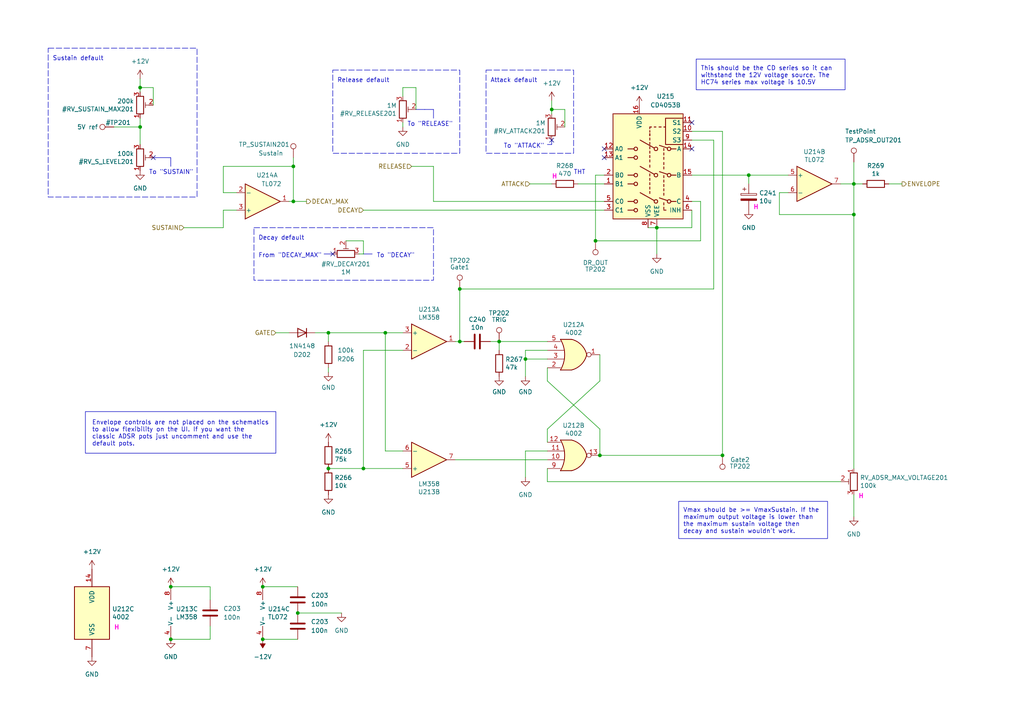
<source format=kicad_sch>
(kicad_sch (version 20231120) (generator "eeschema") (generator_version "8.0")
  (paper "A4")
  (title_block (title "ADSR"))
  (lib_symbols
    (symbol "+12V_1" (power) (pin_names (offset 0))
      (property "Value" "+12V_1" (at 0 3.556 0))
      (symbol "+12V_1_0_1"
        (polyline (pts (xy -0.762 1.27) (xy 0 2.54)))
        (polyline (pts (xy 0 0) (xy 0 2.54)))
        (polyline (pts (xy 0 2.54) (xy 0.762 1.27)))
      )
      (symbol "+12V_1_1_1"
        (pin power_in line (at 0 0 90) (length 0) hide (name "+12V") (number "1"))
      )
    )
    (symbol "+12V_2" (power) (pin_names (offset 0))
      (property "Value" "+12V_2" (at 0 3.556 0))
      (symbol "+12V_2_0_1"
        (polyline (pts (xy -0.762 1.27) (xy 0 2.54)))
        (polyline (pts (xy 0 0) (xy 0 2.54)))
        (polyline (pts (xy 0 2.54) (xy 0.762 1.27)))
      )
      (symbol "+12V_2_1_1"
        (pin power_in line (at 0 0 90) (length 0) hide (name "+12V") (number "1"))
      )
    )
    (symbol "+12V_3" (power) (pin_names (offset 0))
      (property "Value" "+12V_3" (at 0 3.556 0))
      (symbol "+12V_3_0_1"
        (polyline (pts (xy -0.762 1.27) (xy 0 2.54)))
        (polyline (pts (xy 0 0) (xy 0 2.54)))
        (polyline (pts (xy 0 2.54) (xy 0.762 1.27)))
      )
      (symbol "+12V_3_1_1"
        (pin power_in line (at 0 0 90) (length 0) hide (name "+12V") (number "1"))
      )
    )
    (symbol "+12V_4" (power) (pin_names (offset 0))
      (property "Value" "+12V_4" (at 0 3.556 0))
      (symbol "+12V_4_0_1"
        (polyline (pts (xy -0.762 1.27) (xy 0 2.54)))
        (polyline (pts (xy 0 0) (xy 0 2.54)))
        (polyline (pts (xy 0 2.54) (xy 0.762 1.27)))
      )
      (symbol "+12V_4_1_1"
        (pin power_in line (at 0 0 90) (length 0) hide (name "+12V") (number "1"))
      )
    )
    (symbol "+12V_5" (power) (pin_names (offset 0))
      (property "Value" "+12V_5" (at 0 3.556 0))
      (symbol "+12V_5_0_1"
        (polyline (pts (xy -0.762 1.27) (xy 0 2.54)))
        (polyline (pts (xy 0 0) (xy 0 2.54)))
        (polyline (pts (xy 0 2.54) (xy 0.762 1.27)))
      )
      (symbol "+12V_5_1_1"
        (pin power_in line (at 0 0 90) (length 0) hide (name "+12V") (number "1"))
      )
    )
    (symbol "+12V_6" (power) (pin_names (offset 0))
      (property "Value" "+12V_6" (at 0 3.556 0))
      (symbol "+12V_6_0_1"
        (polyline (pts (xy -0.762 1.27) (xy 0 2.54)))
        (polyline (pts (xy 0 0) (xy 0 2.54)))
        (polyline (pts (xy 0 2.54) (xy 0.762 1.27)))
      )
      (symbol "+12V_6_1_1"
        (pin power_in line (at 0 0 90) (length 0) hide (name "+12V") (number "1"))
      )
    )
    (symbol "+12V_7" (power) (pin_names (offset 0))
      (property "Value" "+12V_7" (at 0 3.556 0))
      (symbol "+12V_7_0_1"
        (polyline (pts (xy -0.762 1.27) (xy 0 2.54)))
        (polyline (pts (xy 0 0) (xy 0 2.54)))
        (polyline (pts (xy 0 2.54) (xy 0.762 1.27)))
      )
      (symbol "+12V_7_1_1"
        (pin power_in line (at 0 0 90) (length 0) hide (name "+12V") (number "1"))
      )
    )
    (symbol "4xxx:4002" (pin_names (offset 1.016))
      (property "Reference" "U" (at 0 1.27 0))
      (property "Value" "4002" (at 0 -1.27 0))
      (symbol "4002_1_1"
        (arc (start -3.81 -4.445) (mid -2.5908 0) (end -3.81 4.445) (stroke (width 0.254)))
        (arc (start -0.6096 -4.445) (mid 2.2246 -2.8422) (end 3.81 0) (stroke (width 0.254)) (fill (type background)))
        (polyline (pts (xy -3.81 -4.445) (xy -0.635 -4.445)) (stroke (width 0.254)) (fill (type background)))
        (polyline (pts (xy -3.81 4.445) (xy -0.635 4.445)) (stroke (width 0.254)) (fill (type background)))
        (polyline (pts (xy -0.635 4.445) (xy -3.81 4.445) (xy -3.81 4.445) (xy -3.6322 4.0894) (xy -3.0988 2.921) (xy -2.7686 1.6764) (xy -2.6162 0.4318) (xy -2.6416 -0.8636) (xy -2.8702 -2.1082) (xy -3.2512 -3.3274) (xy -3.81 -4.445) (xy -3.81 -4.445) (xy -0.635 -4.445)) (stroke (width -25.4)) (fill (type background)))
        (arc (start 3.81 0) (mid 2.2204 2.8379) (end -0.6096 4.445) (stroke (width 0.254)) (fill (type background)))
        (pin output inverted (at 7.62 0 180) (length 3.81) (name "~") (number "1"))
        (pin input line (at -7.62 3.81 0) (length 3.81) (name "~") (number "2"))
        (pin input line (at -7.62 1.27 0) (length 4.826) (name "~") (number "3"))
        (pin input line (at -7.62 -1.27 0) (length 4.826) (name "~") (number "4"))
        (pin input line (at -7.62 -3.81 0) (length 3.81) (name "~") (number "5"))
      )
      (symbol "4002_1_2"
        (arc (start -0.635 -4.445) (mid 3.7907 0) (end -0.635 4.445) (stroke (width 0.254)) (fill (type background)))
        (polyline (pts (xy -0.635 4.445) (xy -3.81 4.445) (xy -3.81 -4.445) (xy -0.635 -4.445)) (stroke (width 0.254)) (fill (type background)))
        (pin output line (at 7.62 0 180) (length 3.81) (name "~") (number "1"))
        (pin input inverted (at -7.62 3.81 0) (length 3.81) (name "~") (number "2"))
        (pin input inverted (at -7.62 1.27 0) (length 3.81) (name "~") (number "3"))
        (pin input inverted (at -7.62 -1.27 0) (length 3.81) (name "~") (number "4"))
        (pin input inverted (at -7.62 -3.81 0) (length 3.81) (name "~") (number "5"))
      )
      (symbol "4002_2_1"
        (arc (start -3.81 -4.445) (mid -2.5908 0) (end -3.81 4.445) (stroke (width 0.254)))
        (arc (start -0.6096 -4.445) (mid 2.2246 -2.8422) (end 3.81 0) (stroke (width 0.254)) (fill (type background)))
        (polyline (pts (xy -3.81 -4.445) (xy -0.635 -4.445)) (stroke (width 0.254)) (fill (type background)))
        (polyline (pts (xy -3.81 4.445) (xy -0.635 4.445)) (stroke (width 0.254)) (fill (type background)))
        (polyline (pts (xy -0.635 4.445) (xy -3.81 4.445) (xy -3.81 4.445) (xy -3.6322 4.0894) (xy -3.0988 2.921) (xy -2.7686 1.6764) (xy -2.6162 0.4318) (xy -2.6416 -0.8636) (xy -2.8702 -2.1082) (xy -3.2512 -3.3274) (xy -3.81 -4.445) (xy -3.81 -4.445) (xy -0.635 -4.445)) (stroke (width -25.4)) (fill (type background)))
        (arc (start 3.81 0) (mid 2.2204 2.8379) (end -0.6096 4.445) (stroke (width 0.254)) (fill (type background)))
        (pin input line (at -7.62 1.27 0) (length 4.826) (name "~") (number "10"))
        (pin input line (at -7.62 -1.27 0) (length 4.826) (name "~") (number "11"))
        (pin input line (at -7.62 -3.81 0) (length 3.81) (name "~") (number "12"))
        (pin output inverted (at 7.62 0 180) (length 3.81) (name "~") (number "13"))
        (pin input line (at -7.62 3.81 0) (length 3.81) (name "~") (number "9"))
      )
      (symbol "4002_2_2"
        (arc (start -0.635 -4.445) (mid 3.7907 0) (end -0.635 4.445) (stroke (width 0.254)) (fill (type background)))
        (polyline (pts (xy -0.635 4.445) (xy -3.81 4.445) (xy -3.81 -4.445) (xy -0.635 -4.445)) (stroke (width 0.254)) (fill (type background)))
        (pin input inverted (at -7.62 1.27 0) (length 3.81) (name "~") (number "10"))
        (pin input inverted (at -7.62 -1.27 0) (length 3.81) (name "~") (number "11"))
        (pin input inverted (at -7.62 -3.81 0) (length 3.81) (name "~") (number "12"))
        (pin output line (at 7.62 0 180) (length 3.81) (name "~") (number "13"))
        (pin input inverted (at -7.62 3.81 0) (length 3.81) (name "~") (number "9"))
      )
      (symbol "4002_3_0"
        (pin power_in line (at 0 12.7 270) (length 5.08) (name "VDD") (number "14"))
        (pin power_in line (at 0 -12.7 90) (length 5.08) (name "VSS") (number "7"))
      )
      (symbol "4002_3_1"
        (rectangle (start -5.08 7.62) (end 5.08 -7.62) (stroke (width 0.254)) (fill (type background)))
      )
    )
    (symbol "Amplifier_Operational:LM358" (pin_names (offset 0.127))
      (property "Reference" "U" (at 0 5.08 0))
      (property "Value" "LM358" (at 0 -5.08 0))
      (symbol "LM358_1_1"
        (polyline (pts (xy -5.08 5.08) (xy 5.08 0) (xy -5.08 -5.08) (xy -5.08 5.08)) (stroke (width 0.254)) (fill (type background)))
        (pin output line (at 7.62 0 180) (length 2.54) (name "~") (number "1"))
        (pin input line (at -7.62 -2.54 0) (length 2.54) (name "-") (number "2"))
        (pin input line (at -7.62 2.54 0) (length 2.54) (name "+") (number "3"))
      )
      (symbol "LM358_2_1"
        (polyline (pts (xy -5.08 5.08) (xy 5.08 0) (xy -5.08 -5.08) (xy -5.08 5.08)) (stroke (width 0.254)) (fill (type background)))
        (pin input line (at -7.62 2.54 0) (length 2.54) (name "+") (number "5"))
        (pin input line (at -7.62 -2.54 0) (length 2.54) (name "-") (number "6"))
        (pin output line (at 7.62 0 180) (length 2.54) (name "~") (number "7"))
      )
      (symbol "LM358_3_1"
        (pin power_in line (at -2.54 -7.62 90) (length 3.81) (name "V-") (number "4"))
        (pin power_in line (at -2.54 7.62 270) (length 3.81) (name "V+") (number "8"))
      )
    )
    (symbol "Amplifier_Operational:TL072" (pin_names (offset 0.127))
      (property "Reference" "U" (at 0 5.08 0))
      (property "Value" "TL072" (at 0 -5.08 0))
      (symbol "TL072_1_1"
        (polyline (pts (xy -5.08 5.08) (xy 5.08 0) (xy -5.08 -5.08) (xy -5.08 5.08)) (stroke (width 0.254)) (fill (type background)))
        (pin output line (at 7.62 0 180) (length 2.54) (name "~") (number "1"))
        (pin input line (at -7.62 -2.54 0) (length 2.54) (name "-") (number "2"))
        (pin input line (at -7.62 2.54 0) (length 2.54) (name "+") (number "3"))
      )
      (symbol "TL072_2_1"
        (polyline (pts (xy -5.08 5.08) (xy 5.08 0) (xy -5.08 -5.08) (xy -5.08 5.08)) (stroke (width 0.254)) (fill (type background)))
        (pin input line (at -7.62 2.54 0) (length 2.54) (name "+") (number "5"))
        (pin input line (at -7.62 -2.54 0) (length 2.54) (name "-") (number "6"))
        (pin output line (at 7.62 0 180) (length 2.54) (name "~") (number "7"))
      )
      (symbol "TL072_3_1"
        (pin power_in line (at -2.54 -7.62 90) (length 3.81) (name "V-") (number "4"))
        (pin power_in line (at -2.54 7.62 270) (length 3.81) (name "V+") (number "8"))
      )
    )
    (symbol "Analog_Switch:CD4053B"
      (property "Reference" "U" (at -10.16 16.51 0))
      (property "Value" "CD4053B" (at 3.81 16.51 0))
      (symbol "CD4053B_0_1"
        (rectangle (start -10.16 6.35) (end -5.08 13.97) (stroke (width 0.254)))
        (rectangle (start -10.16 15.24) (end 10.16 -15.24) (stroke (width 0.254)) (fill (type background)))
        (circle (center -6.096 -10.16) (radius 0.508) (stroke (width 0.254)))
        (circle (center -6.096 -2.54) (radius 0.508) (stroke (width 0.254)))
        (circle (center -6.096 5.08) (radius 0.508) (stroke (width 0.254)))
        (circle (center -2.286 -10.16) (radius 0.508) (stroke (width 0.254)))
        (circle (center -2.286 -2.54) (radius 0.508) (stroke (width 0.254)))
        (circle (center -2.286 5.08) (radius 0.508) (stroke (width 0.254)))
        (polyline (pts (xy -8.128 -10.16) (xy -6.604 -10.16)) (stroke (width 0.254)))
        (polyline (pts (xy -8.128 -2.54) (xy -6.604 -2.54)) (stroke (width 0.254)))
        (polyline (pts (xy -8.128 5.08) (xy -6.604 5.08)) (stroke (width 0.254)))
        (polyline (pts (xy -5.588 -9.906) (xy -3.302 -9.144)) (stroke (width 0.254)))
        (polyline (pts (xy -5.588 -2.286) (xy -3.302 -1.524)) (stroke (width 0.254)))
        (polyline (pts (xy -5.588 5.334) (xy -3.302 6.096)) (stroke (width 0.254)))
        (polyline (pts (xy -4.572 -12.7) (xy -5.207 -12.7)) (stroke (width 0.254)))
        (polyline (pts (xy -4.572 -12.446) (xy -4.572 -11.811)) (stroke (width 0.254)))
        (polyline (pts (xy -4.572 -11.176) (xy -4.572 -10.541)) (stroke (width 0.254)))
        (polyline (pts (xy -4.572 -8.382) (xy -4.572 -7.747)) (stroke (width 0.254)))
        (polyline (pts (xy -4.572 -7.112) (xy -4.572 -6.477)) (stroke (width 0.254)))
        (polyline (pts (xy -4.572 -5.842) (xy -4.572 -5.207)) (stroke (width 0.254)))
        (polyline (pts (xy -4.572 -4.572) (xy -4.572 -3.937)) (stroke (width 0.254)))
        (polyline (pts (xy -4.572 -3.302) (xy -4.572 -2.667)) (stroke (width 0.254)))
        (polyline (pts (xy -4.572 -0.762) (xy -4.572 -0.127)) (stroke (width 0.254)))
        (polyline (pts (xy -4.572 0.508) (xy -4.572 1.143)) (stroke (width 0.254)))
        (polyline (pts (xy -4.572 2.032) (xy -4.572 2.667)) (stroke (width 0.254)))
        (polyline (pts (xy -4.572 3.302) (xy -4.572 3.937)) (stroke (width 0.254)))
        (polyline (pts (xy -4.572 4.572) (xy -4.572 5.207)) (stroke (width 0.254)))
        (polyline (pts (xy -4.572 11.43) (xy -5.08 11.43)) (stroke (width 0.254)))
        (polyline (pts (xy -3.81 11.43) (xy -3.175 11.43)) (stroke (width 0.254)))
        (polyline (pts (xy -1.778 -9.906) (xy 2.286 -7.62)) (stroke (width 0.254)))
        (polyline (pts (xy -1.778 -2.286) (xy 2.286 0)) (stroke (width 0.254)))
        (polyline (pts (xy -1.778 5.334) (xy 2.286 7.62)) (stroke (width 0.254)))
        (polyline (pts (xy -1.778 11.43) (xy -2.286 11.43)) (stroke (width 0.254)))
        (polyline (pts (xy -0.508 -7.874) (xy -0.508 -7.239)) (stroke (width 0.254)))
        (polyline (pts (xy -0.508 -6.604) (xy -0.508 -5.969)) (stroke (width 0.254)))
        (polyline (pts (xy -0.508 -5.334) (xy -0.508 -4.699)) (stroke (width 0.254)))
        (polyline (pts (xy -0.508 -4.064) (xy -0.508 -3.429)) (stroke (width 0.254)))
        (polyline (pts (xy -0.508 -2.794) (xy -0.508 -2.159)) (stroke (width 0.254)))
        (polyline (pts (xy -0.508 -0.254) (xy -0.508 0.381)) (stroke (width 0.254)))
        (polyline (pts (xy -0.508 1.27) (xy -0.508 1.905)) (stroke (width 0.254)))
        (polyline (pts (xy -0.508 2.54) (xy -0.508 3.175)) (stroke (width 0.254)))
        (polyline (pts (xy -0.508 3.81) (xy -0.508 4.445)) (stroke (width 0.254)))
        (polyline (pts (xy -0.508 5.08) (xy -0.508 5.715)) (stroke (width 0.254)))
        (polyline (pts (xy -0.508 6.35) (xy -0.508 6.985)) (stroke (width 0.254)))
        (polyline (pts (xy -0.508 7.62) (xy -0.508 8.255)) (stroke (width 0.254)))
        (polyline (pts (xy -0.508 8.89) (xy -0.508 9.398)) (stroke (width 0.254)))
        (polyline (pts (xy -0.508 8.89) (xy -0.508 9.525)) (stroke (width 0.254)))
        (polyline (pts (xy -0.508 9.906) (xy -0.508 10.414)) (stroke (width 0.254)))
        (polyline (pts (xy -0.508 10.922) (xy -0.508 11.43)) (stroke (width 0.254)))
        (polyline (pts (xy -0.508 11.43) (xy -1.016 11.43)) (stroke (width 0.254)))
        (polyline (pts (xy 4.064 -12.7) (xy 5.842 -12.7)) (stroke (width 0.254)))
        (polyline (pts (xy 4.064 -10.16) (xy 5.842 -10.16)) (stroke (width 0.254)))
        (polyline (pts (xy 4.064 -5.08) (xy 5.842 -5.08)) (stroke (width 0.254)))
        (polyline (pts (xy 4.064 -2.54) (xy 5.842 -2.54)) (stroke (width 0.254)))
        (polyline (pts (xy 4.064 2.54) (xy 5.842 2.54)) (stroke (width 0.254)))
        (polyline (pts (xy 4.064 5.08) (xy 5.842 5.08)) (stroke (width 0.254)))
        (circle (center 3.556 -12.7) (radius 0.508) (stroke (width 0.254)))
        (circle (center 3.556 -10.16) (radius 0.508) (stroke (width 0.254)))
        (circle (center 3.556 -5.08) (radius 0.508) (stroke (width 0.254)))
        (circle (center 3.556 -2.54) (radius 0.508) (stroke (width 0.254)))
        (circle (center 3.556 2.54) (radius 0.508) (stroke (width 0.254)))
        (circle (center 3.556 5.08) (radius 0.508) (stroke (width 0.254)))
      )
      (symbol "CD4053B_1_1"
        (pin bidirectional line (at 12.7 -5.08 180) (length 2.54) (name "B1") (number "1"))
        (pin input line (at -12.7 10.16 0) (length 2.54) (name "S2") (number "10"))
        (pin input line (at -12.7 12.7 0) (length 2.54) (name "S1") (number "11"))
        (pin bidirectional line (at 12.7 5.08 180) (length 2.54) (name "A0") (number "12"))
        (pin bidirectional line (at 12.7 2.54 180) (length 2.54) (name "A1") (number "13"))
        (pin bidirectional line (at -12.7 5.08 0) (length 2.54) (name "A") (number "14"))
        (pin bidirectional line (at -12.7 -2.54 0) (length 2.54) (name "B") (number "15"))
        (pin power_in line (at 2.54 17.78 270) (length 2.54) (name "VDD") (number "16"))
        (pin bidirectional line (at 12.7 -2.54 180) (length 2.54) (name "B0") (number "2"))
        (pin bidirectional line (at 12.7 -12.7 180) (length 2.54) (name "C1") (number "3"))
        (pin bidirectional line (at -12.7 -10.16 0) (length 2.54) (name "C") (number "4"))
        (pin bidirectional line (at 12.7 -10.16 180) (length 2.54) (name "C0") (number "5"))
        (pin input line (at -12.7 -12.7 0) (length 2.54) (name "INH") (number "6"))
        (pin power_in line (at -2.54 -17.78 90) (length 2.54) (name "VEE") (number "7"))
        (pin power_in line (at 0 -17.78 90) (length 2.54) (name "VSS") (number "8"))
        (pin input line (at -12.7 7.62 0) (length 2.54) (name "S3") (number "9"))
      )
    )
    (symbol "Connector:TestPoint" (pin_numbers hide) (pin_names (offset 0.762) hide)
      (property "Reference" "TP" (at 0 6.858 0))
      (property "Value" "TestPoint" (at 0 5.08 0))
      (symbol "TestPoint_0_1"
        (circle (center 0 3.302) (radius 0.762))
      )
      (symbol "TestPoint_1_1"
        (pin passive line (at 0 0 90) (length 2.54) (name "1") (number "1"))
      )
    )
    (symbol "Device:C" (pin_numbers hide) (pin_names (offset 0.254))
      (property "Reference" "C" (at 0.635 2.54 0))
      (property "Value" "C" (at 0.635 -2.54 0))
      (symbol "C_0_1"
        (polyline (pts (xy -2.032 -0.762) (xy 2.032 -0.762)) (stroke (width 0.508)))
        (polyline (pts (xy -2.032 0.762) (xy 2.032 0.762)) (stroke (width 0.508)))
      )
      (symbol "C_1_1"
        (pin passive line (at 0 3.81 270) (length 2.794) (name "~") (number "1"))
        (pin passive line (at 0 -3.81 90) (length 2.794) (name "~") (number "2"))
      )
    )
    (symbol "Device:C_Polarized" (pin_numbers hide) (pin_names (offset 0.254))
      (property "Reference" "C" (at 0.635 2.54 0))
      (property "Value" "C_Polarized" (at 0.635 -2.54 0))
      (symbol "C_Polarized_0_1"
        (rectangle (start -2.286 0.508) (end 2.286 1.016))
        (polyline (pts (xy -1.778 2.286) (xy -0.762 2.286)))
        (polyline (pts (xy -1.27 2.794) (xy -1.27 1.778)))
        (rectangle (start 2.286 -0.508) (end -2.286 -1.016) (fill (type outline)))
      )
      (symbol "C_Polarized_1_1"
        (pin passive line (at 0 3.81 270) (length 2.794) (name "~") (number "1"))
        (pin passive line (at 0 -3.81 90) (length 2.794) (name "~") (number "2"))
      )
    )
    (symbol "Device:D" (pin_numbers hide) (pin_names (offset 1.016) hide)
      (property "Reference" "D" (at 0 2.54 0))
      (property "Value" "D" (at 0 -2.54 0))
      (symbol "D_0_1"
        (polyline (pts (xy -1.27 1.27) (xy -1.27 -1.27)) (stroke (width 0.254)))
        (polyline (pts (xy 1.27 0) (xy -1.27 0)))
        (polyline (pts (xy 1.27 1.27) (xy 1.27 -1.27) (xy -1.27 0) (xy 1.27 1.27)) (stroke (width 0.254)))
      )
      (symbol "D_1_1"
        (pin passive line (at -3.81 0 0) (length 2.54) (name "K") (number "1"))
        (pin passive line (at 3.81 0 180) (length 2.54) (name "A") (number "2"))
      )
    )
    (symbol "Device:R" (pin_numbers hide) (pin_names (offset 0))
      (property "Reference" "R" (at 2.032 0 90))
      (property "Value" "R" (at 0 0 90))
      (symbol "R_0_1"
        (rectangle (start -1.016 -2.54) (end 1.016 2.54) (stroke (width 0.254)))
      )
      (symbol "R_1_1"
        (pin passive line (at 0 3.81 270) (length 1.27) (name "~") (number "1"))
        (pin passive line (at 0 -3.81 90) (length 1.27) (name "~") (number "2"))
      )
    )
    (symbol "Device:R_Potentiometer_Trim" (pin_names (offset 1.016) hide)
      (property "Reference" "RV" (at -4.445 0 90))
      (property "Value" "R_Potentiometer_Trim" (at -2.54 0 90))
      (symbol "R_Potentiometer_Trim_0_1"
        (polyline (pts (xy 1.524 0.762) (xy 1.524 -0.762)))
        (polyline (pts (xy 2.54 0) (xy 1.524 0)))
        (rectangle (start 1.016 2.54) (end -1.016 -2.54) (stroke (width 0.254)))
      )
      (symbol "R_Potentiometer_Trim_1_1"
        (pin passive line (at 0 3.81 270) (length 1.27) (name "1") (number "1"))
        (pin passive line (at 3.81 0 180) (length 1.27) (name "2") (number "2"))
        (pin passive line (at 0 -3.81 90) (length 1.27) (name "3") (number "3"))
      )
    )
    (symbol "GND_1" (power) (pin_names (offset 0))
      (property "Value" "GND_1" (at 0 -3.81 0))
      (symbol "GND_1_0_1"
        (polyline (pts (xy 0 0) (xy 0 -1.27) (xy 1.27 -1.27) (xy 0 -2.54) (xy -1.27 -1.27) (xy 0 -1.27)))
      )
      (symbol "GND_1_1_1"
        (pin power_in line (at 0 0 270) (length 0) hide (name "GND") (number "1"))
      )
    )
    (symbol "GND_10" (power) (pin_names (offset 0))
      (property "Value" "GND_10" (at 0 -3.81 0))
      (symbol "GND_10_0_1"
        (polyline (pts (xy 0 0) (xy 0 -1.27) (xy 1.27 -1.27) (xy 0 -2.54) (xy -1.27 -1.27) (xy 0 -1.27)))
      )
      (symbol "GND_10_1_1"
        (pin power_in line (at 0 0 270) (length 0) hide (name "GND") (number "1"))
      )
    )
    (symbol "GND_2" (power) (pin_names (offset 0))
      (property "Value" "GND_2" (at 0 -3.81 0))
      (symbol "GND_2_0_1"
        (polyline (pts (xy 0 0) (xy 0 -1.27) (xy 1.27 -1.27) (xy 0 -2.54) (xy -1.27 -1.27) (xy 0 -1.27)))
      )
      (symbol "GND_2_1_1"
        (pin power_in line (at 0 0 270) (length 0) hide (name "GND") (number "1"))
      )
    )
    (symbol "GND_3" (power) (pin_names (offset 0))
      (property "Value" "GND_3" (at 0 -3.81 0))
      (symbol "GND_3_0_1"
        (polyline (pts (xy 0 0) (xy 0 -1.27) (xy 1.27 -1.27) (xy 0 -2.54) (xy -1.27 -1.27) (xy 0 -1.27)))
      )
      (symbol "GND_3_1_1"
        (pin power_in line (at 0 0 270) (length 0) hide (name "GND") (number "1"))
      )
    )
    (symbol "GND_4" (power) (pin_names (offset 0))
      (property "Value" "GND_4" (at 0 -3.81 0))
      (symbol "GND_4_0_1"
        (polyline (pts (xy 0 0) (xy 0 -1.27) (xy 1.27 -1.27) (xy 0 -2.54) (xy -1.27 -1.27) (xy 0 -1.27)))
      )
      (symbol "GND_4_1_1"
        (pin power_in line (at 0 0 270) (length 0) hide (name "GND") (number "1"))
      )
    )
    (symbol "GND_5" (power) (pin_names (offset 0))
      (property "Value" "GND_5" (at 0 -3.81 0))
      (symbol "GND_5_0_1"
        (polyline (pts (xy 0 0) (xy 0 -1.27) (xy 1.27 -1.27) (xy 0 -2.54) (xy -1.27 -1.27) (xy 0 -1.27)))
      )
      (symbol "GND_5_1_1"
        (pin power_in line (at 0 0 270) (length 0) hide (name "GND") (number "1"))
      )
    )
    (symbol "GND_6" (power) (pin_names (offset 0))
      (property "Value" "GND_6" (at 0 -3.81 0))
      (symbol "GND_6_0_1"
        (polyline (pts (xy 0 0) (xy 0 -1.27) (xy 1.27 -1.27) (xy 0 -2.54) (xy -1.27 -1.27) (xy 0 -1.27)))
      )
      (symbol "GND_6_1_1"
        (pin power_in line (at 0 0 270) (length 0) hide (name "GND") (number "1"))
      )
    )
    (symbol "GND_7" (power) (pin_names (offset 0))
      (property "Value" "GND_7" (at 0 -3.81 0))
      (symbol "GND_7_0_1"
        (polyline (pts (xy 0 0) (xy 0 -1.27) (xy 1.27 -1.27) (xy 0 -2.54) (xy -1.27 -1.27) (xy 0 -1.27)))
      )
      (symbol "GND_7_1_1"
        (pin power_in line (at 0 0 270) (length 0) hide (name "GND") (number "1"))
      )
    )
    (symbol "GND_8" (power) (pin_names (offset 0))
      (property "Value" "GND_8" (at 0 -3.81 0))
      (symbol "GND_8_0_1"
        (polyline (pts (xy 0 0) (xy 0 -1.27) (xy 1.27 -1.27) (xy 0 -2.54) (xy -1.27 -1.27) (xy 0 -1.27)))
      )
      (symbol "GND_8_1_1"
        (pin power_in line (at 0 0 270) (length 0) hide (name "GND") (number "1"))
      )
    )
    (symbol "GND_9" (power) (pin_names (offset 0))
      (property "Value" "GND_9" (at 0 -3.81 0))
      (symbol "GND_9_0_1"
        (polyline (pts (xy 0 0) (xy 0 -1.27) (xy 1.27 -1.27) (xy 0 -2.54) (xy -1.27 -1.27) (xy 0 -1.27)))
      )
      (symbol "GND_9_1_1"
        (pin power_in line (at 0 0 270) (length 0) hide (name "GND") (number "1"))
      )
    )
    (symbol "power:-12V" (power) (pin_names (offset 0))
      (property "Value" "-12V" (at 0 3.81 0))
      (symbol "-12V_0_0"
        (pin power_in line (at 0 0 90) (length 0) hide (name "-12V") (number "1"))
      )
      (symbol "-12V_0_1"
        (polyline (pts (xy 0 0) (xy 0 1.27) (xy 0.762 1.27) (xy 0 2.54) (xy -0.762 1.27) (xy 0 1.27)) (fill (type outline)))
      )
    )
    (symbol "power:GND" (power) (pin_names (offset 0))
      (property "Value" "GND" (at 0 -3.81 0))
      (symbol "GND_0_1"
        (polyline (pts (xy 0 0) (xy 0 -1.27) (xy 1.27 -1.27) (xy 0 -2.54) (xy -1.27 -1.27) (xy 0 -1.27)))
      )
      (symbol "GND_1_1"
        (pin power_in line (at 0 0 270) (length 0) hide (name "GND") (number "1"))
      )
    )
  )
  (junction (at 49.53 185.42))
  (junction (at 95.25 96.52))
  (junction (at 85.09 48.26))
  (junction (at 40.64 25.4))
  (junction (at 173.99 132.08))
  (junction (at 133.35 83.82))
  (junction (at 190.5 66.04))
  (junction (at 247.65 53.34))
  (junction (at 40.64 36.83))
  (junction (at 144.78 99.06))
  (junction (at 111.76 96.52))
  (junction (at 76.2 185.42))
  (junction (at 172.72 69.85))
  (junction (at 247.65 62.23))
  (junction (at 160.02 31.75))
  (junction (at 209.55 132.08))
  (junction (at 133.35 99.06))
  (junction (at 86.36 177.8))
  (junction (at 85.09 58.42))
  (junction (at 152.4 104.14))
  (junction (at 49.53 170.18))
  (junction (at 105.41 135.89))
  (junction (at 76.2 170.18))
  (junction (at 95.25 135.89))
  (junction (at 217.17 50.8))
  (no_connect (at 96.52 73.66))
  (no_connect (at 200.66 35.56))
  (no_connect (at 200.66 43.18))
  (no_connect (at 160.02 40.64))
  (no_connect (at 175.26 43.18))
  (no_connect (at 44.45 45.72))
  (no_connect (at 175.26 45.72))
  (wire (pts (xy 152.4 104.14) (xy 152.4 101.6)))
  (wire (pts (xy 100.33 69.85) (xy 105.41 69.85)))
  (wire (pts (xy 83.82 96.52) (xy 80.01 96.52)))
  (wire (pts (xy 158.75 135.89) (xy 158.75 139.7)))
  (polyline (pts (xy 123.19 31.75) (xy 125.73 31.75)))
  (wire (pts (xy 172.72 50.8) (xy 172.72 69.85)))
  (wire (pts (xy 158.75 110.49) (xy 173.99 124.46)))
  (wire (pts (xy 99.06 177.8) (xy 86.36 177.8)))
  (wire (pts (xy 104.14 73.66) (xy 105.41 73.66)))
  (wire (pts (xy 261.62 53.34) (xy 257.81 53.34)))
  (wire (pts (xy 85.09 58.42) (xy 88.9 58.42)))
  (wire (pts (xy 158.75 104.14) (xy 152.4 104.14)))
  (wire (pts (xy 105.41 101.6) (xy 105.41 135.89)))
  (wire (pts (xy 60.96 170.18) (xy 60.96 173.99)))
  (wire (pts (xy 217.17 53.34) (xy 217.17 50.8)))
  (wire (pts (xy 247.65 62.23) (xy 247.65 135.89)))
  (wire (pts (xy 86.36 170.18) (xy 76.2 170.18)))
  (wire (pts (xy 160.02 31.75) (xy 160.02 29.21)))
  (wire (pts (xy 247.65 46.99) (xy 247.65 53.34)))
  (wire (pts (xy 116.84 101.6) (xy 105.41 101.6)))
  (polyline (pts (xy 158.75 41.91) (xy 160.02 41.91)))
  (wire (pts (xy 158.75 130.81) (xy 152.4 130.81)))
  (polyline (pts (xy 93.98 73.66) (xy 96.52 73.66)))
  (wire (pts (xy 95.25 96.52) (xy 111.76 96.52)))
  (polyline (pts (xy 105.41 73.66) (xy 107.95 73.66)))
  (wire (pts (xy 203.2 69.85) (xy 203.2 58.42)))
  (wire (pts (xy 105.41 135.89) (xy 116.84 135.89)))
  (wire (pts (xy 116.84 27.94) (xy 116.84 25.4)))
  (wire (pts (xy 40.64 36.83) (xy 40.64 41.91)))
  (wire (pts (xy 125.73 58.42) (xy 175.26 58.42)))
  (wire (pts (xy 86.36 185.42) (xy 76.2 185.42)))
  (wire (pts (xy 152.4 101.6) (xy 158.75 101.6)))
  (wire (pts (xy 132.08 99.06) (xy 133.35 99.06)))
  (wire (pts (xy 158.75 124.46) (xy 158.75 128.27)))
  (wire (pts (xy 125.73 58.42) (xy 125.73 48.26)))
  (wire (pts (xy 200.66 40.64) (xy 207.01 40.64)))
  (wire (pts (xy 144.78 99.06) (xy 144.78 101.6)))
  (polyline (pts (xy 49.53 45.72) (xy 49.53 48.26)))
  (wire (pts (xy 40.64 22.86) (xy 40.64 25.4)))
  (wire (pts (xy 173.99 102.87) (xy 173.99 110.49)))
  (wire (pts (xy 190.5 73.66) (xy 190.5 66.04)))
  (wire (pts (xy 217.17 50.8) (xy 228.6 50.8)))
  (wire (pts (xy 167.64 53.34) (xy 175.26 53.34)))
  (wire (pts (xy 132.08 133.35) (xy 158.75 133.35)))
  (wire (pts (xy 200.66 66.04) (xy 190.5 66.04)))
  (wire (pts (xy 60.96 170.18) (xy 49.53 170.18)))
  (wire (pts (xy 142.24 99.06) (xy 144.78 99.06)))
  (wire (pts (xy 153.67 53.34) (xy 160.02 53.34)))
  (wire (pts (xy 64.77 55.88) (xy 64.77 48.26)))
  (wire (pts (xy 111.76 96.52) (xy 116.84 96.52)))
  (wire (pts (xy 152.4 130.81) (xy 152.4 138.43)))
  (wire (pts (xy 217.17 50.8) (xy 200.66 50.8)))
  (polyline (pts (xy 125.73 31.75) (xy 125.73 34.29)))
  (wire (pts (xy 105.41 60.96) (xy 175.26 60.96)))
  (wire (pts (xy 133.35 83.82) (xy 207.01 83.82)))
  (wire (pts (xy 85.09 45.72) (xy 85.09 48.26)))
  (wire (pts (xy 190.5 66.04) (xy 187.96 66.04)))
  (wire (pts (xy 40.64 34.29) (xy 40.64 36.83)))
  (wire (pts (xy 160.02 31.75) (xy 160.02 33.02)))
  (wire (pts (xy 152.4 109.22) (xy 152.4 104.14)))
  (wire (pts (xy 91.44 96.52) (xy 95.25 96.52)))
  (wire (pts (xy 116.84 36.83) (xy 116.84 35.56)))
  (wire (pts (xy 64.77 60.96) (xy 68.58 60.96)))
  (wire (pts (xy 120.65 25.4) (xy 120.65 31.75)))
  (wire (pts (xy 173.99 124.46) (xy 173.99 132.08)))
  (wire (pts (xy 53.34 66.04) (xy 64.77 66.04)))
  (wire (pts (xy 60.96 185.42) (xy 60.96 181.61)))
  (wire (pts (xy 228.6 55.88) (xy 226.06 55.88)))
  (polyline (pts (xy 160.02 40.64) (xy 160.02 41.91)))
  (wire (pts (xy 144.78 99.06) (xy 158.75 99.06)))
  (wire (pts (xy 163.83 31.75) (xy 163.83 36.83)))
  (wire (pts (xy 116.84 25.4) (xy 120.65 25.4)))
  (wire (pts (xy 105.41 69.85) (xy 105.41 73.66)))
  (wire (pts (xy 173.99 110.49) (xy 158.75 124.46)))
  (wire (pts (xy 111.76 96.52) (xy 111.76 130.81)))
  (wire (pts (xy 64.77 66.04) (xy 64.77 60.96)))
  (wire (pts (xy 60.96 185.42) (xy 49.53 185.42)))
  (wire (pts (xy 175.26 50.8) (xy 172.72 50.8)))
  (wire (pts (xy 172.72 69.85) (xy 203.2 69.85)))
  (wire (pts (xy 207.01 40.64) (xy 207.01 83.82)))
  (wire (pts (xy 247.65 143.51) (xy 247.65 149.86)))
  (wire (pts (xy 95.25 96.52) (xy 95.25 99.06)))
  (wire (pts (xy 209.55 132.08) (xy 209.55 38.1)))
  (wire (pts (xy 247.65 53.34) (xy 247.65 62.23)))
  (wire (pts (xy 83.82 58.42) (xy 85.09 58.42)))
  (wire (pts (xy 158.75 106.68) (xy 158.75 110.49)))
  (wire (pts (xy 226.06 62.23) (xy 247.65 62.23)))
  (wire (pts (xy 111.76 130.81) (xy 116.84 130.81)))
  (wire (pts (xy 40.64 25.4) (xy 40.64 26.67)))
  (wire (pts (xy 243.84 139.7) (xy 158.75 139.7)))
  (wire (pts (xy 203.2 58.42) (xy 200.66 58.42)))
  (wire (pts (xy 125.73 48.26) (xy 119.38 48.26)))
  (wire (pts (xy 209.55 38.1) (xy 200.66 38.1)))
  (wire (pts (xy 247.65 53.34) (xy 243.84 53.34)))
  (polyline (pts (xy 120.65 31.75) (xy 123.19 31.75)))
  (wire (pts (xy 250.19 53.34) (xy 247.65 53.34)))
  (wire (pts (xy 85.09 48.26) (xy 85.09 58.42)))
  (wire (pts (xy 173.99 132.08) (xy 209.55 132.08)))
  (wire (pts (xy 95.25 107.95) (xy 95.25 106.68)))
  (wire (pts (xy 40.64 25.4) (xy 44.45 25.4)))
  (wire (pts (xy 64.77 48.26) (xy 85.09 48.26)))
  (wire (pts (xy 33.02 36.83) (xy 40.64 36.83)))
  (polyline (pts (xy 44.45 45.72) (xy 49.53 45.72)))
  (wire (pts (xy 133.35 83.82) (xy 133.35 99.06)))
  (wire (pts (xy 160.02 31.75) (xy 163.83 31.75)))
  (wire (pts (xy 133.35 99.06) (xy 134.62 99.06)))
  (wire (pts (xy 44.45 25.4) (xy 44.45 30.48)))
  (wire (pts (xy 68.58 55.88) (xy 64.77 55.88)))
  (wire (pts (xy 95.25 135.89) (xy 105.41 135.89)))
  (wire (pts (xy 200.66 60.96) (xy 200.66 66.04)))
  (wire (pts (xy 226.06 55.88) (xy 226.06 62.23)))
  (rectangle (start 201.93 17.145) (end 245.11 26.035))
  (rectangle (start 73.66 66.04) (end 125.73 81.28) (stroke (width 0) (type dash)))
  (rectangle (start 13.97 13.97) (end 57.15 57.15) (stroke (width 0) (type dash)))
  (rectangle (start 96.52 20.32) (end 133.35 44.45) (stroke (width 0) (type dash)))
  (rectangle (start 196.85 145.415) (end 240.03 156.21))
  (rectangle (start 140.97 20.32) (end 166.37 44.45) (stroke (width 0) (type dash)))
  (rectangle (start 24.765 119.38) (end 80.01 131.445))
  (text "THT" (at 166.37 50.8 0) (effects (font (size 1.27 1.27)) (justify left bottom)))
  (text "Attack default" (at 142.24 24.13 0) (effects (font (size 1.27 1.27)) (justify left bottom)))
  (text "Sustain default" (at 15.24 17.78 0) (effects (font (size 1.27 1.27)) (justify left bottom)))
  (text "Release default" (at 97.79 24.13 0) (effects (font (size 1.27 1.27)) (justify left bottom)))
  (text "Vmax should be >= VmaxSustain. If the\nmaximum output voltage is lower than\nthe maximum sustain voltage then \ndecay and sustain wouldn't work." (at 198.12 154.94 0) (effects (font (size 1.27 1.27)) (justify left bottom)))
  (text "H" (at 248.92 144.78 0) (effects (font (size 1.27 1.27) (thickness 0.254) (bold yes)) (justify left bottom)))
  (text "This should be the CD series so it can\nwithstand the 12V voltage source. The\nHC74 series max voltage is 10.5V" (at 203.2 24.765 0) (effects (font (size 1.27 1.27)) (justify left bottom)))
  (text "Decay default" (at 74.93 69.85 0) (effects (font (size 1.27 1.27)) (justify left bottom)))
  (text "To \"RELEASE\"" (at 118.11 36.83 0) (effects (font (size 1.27 1.27)) (justify left bottom)))
  (text "To \"SUSTAIN\"" (at 43.18 50.8 0) (effects (font (size 1.27 1.27)) (justify left bottom)))
  (text "From \"DECAY_MAX\"" (at 74.93 74.93 0) (effects (font (size 1.27 1.27)) (justify left bottom)))
  (text "H" (at 160.02 52.07 0) (effects (font (size 1.27 1.27) (thickness 0.254) (bold yes)) (justify left bottom)))
  (text "H" (at 33.02 182.88 0) (effects (font (size 1.27 1.27) (thickness 0.254) (bold yes)) (justify left bottom)))
  (text "To \"DECAY\"" (at 109.22 74.93 0) (effects (font (size 1.27 1.27)) (justify left bottom)))
  (text "Envelope controls are not placed on the schematics\nto allow flexibility on the UI. If you want the \nclassic ADSR pots just uncomment and use the \ndefault pots." (at 26.67 129.54 0) (effects (font (size 1.27 1.27)) (justify left bottom)))
  (text "H" (at 218.44 60.96 0) (effects (font (size 1.27 1.27) (thickness 0.254) (bold yes)) (justify left bottom)))
  (text "To \"ATTACK\"" (at 146.05 43.18 0) (effects (font (size 1.27 1.27)) (justify left bottom)))
  (hierarchical_label "SUSTAIN" (shape input) (at 53.34 66.04 180))
  (hierarchical_label "ENVELOPE" (shape output) (at 261.62 53.34 0))
  (hierarchical_label "ATTACK" (shape input) (at 153.67 53.34 180))
  (hierarchical_label "DECAY_MAX" (shape output) (at 88.9 58.42 0))
  (hierarchical_label "DECAY" (shape input) (at 105.41 60.96 180))
  (hierarchical_label "RELEASE" (shape input) (at 119.38 48.26 180))
  (hierarchical_label "GATE" (shape input) (at 80.01 96.52 180))
  (symbol (lib_id "Analog_Switch:CD4053B") (at 187.96 48.26 0) (mirror y) (unit 1)
    (property "Reference" "U215" (at 193.04 27.94 0))
    (property "Value" "CD4053B" (at 193.04 30.48 0))
    (property "Footprint" "Package_SO:SOIC-16_3.9x9.9mm_P1.27mm" (effects (hide yes)))
    (property "Datasheet" "http://www.ti.com/lit/ds/symlink/cd4052b.pdf" (effects (hide yes)))
    (property "LCSC" "C6742" (effects (hide yes)))
    (instances (project "core-rev-3" (path "" (reference "U215") (unit 1))) (project "hog-f1-control" (path "" (reference "U4") (unit 1))))
  )
  (symbol (lib_id "power:GND") (at 99.06 177.8 0) (unit 1)
    (property "Reference" "#PWR0289" (effects (hide yes)))
    (property "Value" "GND" (at 99.06 182.88 0))
  )
  (symbol (lib_id "4xxx:4002") (at 166.37 102.87 0) (mirror x) (unit 1) (in_bom no)
    (property "Reference" "U212" (at 166.37 94.1832 0))
    (property "Value" "4002" (at 166.37 96.4946 0))
    (property "Footprint" "Package_DIP:DIP-14_W7.62mm" (effects (hide yes)))
    (property "Datasheet" "http://www.intersil.com/content/dam/Intersil/documents/cd40/cd4000bms-01bms-02bms-25bms.pdf" (effects (hide yes)))
    (instances (project "core-rev-3" (path "" (reference "U212") (unit 1))) (project "hog-f1-control" (path "" (reference "U1") (unit 1))))
  )
  (symbol (lib_name "+12V_6") (lib_id "power:+12V") (at 26.67 165.1 0) (unit 1)
    (property "Reference" "#PWR0278" (effects (hide yes)))
    (property "Value" "+12V" (at 26.67 160.02 0))
  )
  (symbol (lib_id "Device:D") (at 87.63 96.52 0) (mirror y) (unit 1)
    (property "Reference" "D202" (at 87.63 102.87 0))
    (property "Value" "1N4148" (at 87.63 100.33 0))
    (property "Footprint" "Diode_SMD:D_SOD-123" (effects (hide yes)))
    (property "Sim.Device" "D" (effects (hide yes)))
    (property "Sim.Pins" "1=K 2=A" (effects (hide yes)))
    (property "LCSC" "C81598" (effects (hide yes)))
    (instances (project "A-psu-voice-proto-4l" (path "" (reference "D202") (unit 1))) (project "core-rev-3" (path "" (reference "D202") (unit 1)) (path "" (reference "D207") (unit 1)) (path "" (reference "D102") (unit 1))) (project "hog-v2-voice-proto" (path "" (reference "D202") (unit 1))))
  )
  (symbol (lib_id "Device:C") (at 138.43 99.06 270) (unit 1)
    (property "Reference" "C240" (at 138.43 92.6592 90))
    (property "Value" "10n" (at 138.43 94.9706 90))
    (property "Footprint" "Capacitor_SMD:C_0603_1608Metric" (effects (hide yes)))
    (property "LCSC" "C57112" (effects (hide yes)))
    (instances (project "core-rev-3" (path "" (reference "C240") (unit 1))) (project "hog-f1-control" (path "" (reference "C6") (unit 1))))
  )
  (symbol (lib_id "Device:R_Potentiometer_Trim") (at 100.33 73.66 90) (unit 1)
    (property "Reference" "#RV_DECAY201" (at 100.33 76.581 90))
    (property "Value" "1M" (at 100.33 78.8924 90))
    (instances (project "core-rev-3" (path "" (reference "#RV_DECAY201") (unit 1))) (project "hog-f1-control" (path "" (reference "#RV_DECAY1") (unit 1))))
  )
  (symbol (lib_name "+12V_5") (lib_id "power:+12V") (at 49.53 170.18 0) (unit 1)
    (property "Reference" "#PWR0282" (effects (hide yes)))
    (property "Value" "+12V" (at 49.53 165.1 0))
  )
  (symbol (lib_id "Connector:TestPoint") (at 172.72 69.85 180) (unit 1) (in_bom no)
    (property "Reference" "TP206" (at 172.72 78.105 0))
    (property "Value" "DR_OUT" (at 172.72 76.2 0))
    (property "Footprint" "TestPoint:TestPoint_THTPad_2.0x2.0mm_Drill1.0mm" (effects (hide yes)))
    (instances (project "core-rev-3" (path "" (reference "TP202") (unit 1)) (path "" (reference "TP209") (unit 1)) (path "" (reference "TP210") (unit 1)) (path "" (reference "TP206") (unit 1)) (path "" (reference "TP220") (unit 1))))
  )
  (symbol (lib_id "Device:R_Potentiometer_Trim") (at 247.65 139.7 0) (mirror y) (unit 1) (in_bom no)
    (property "Reference" "RV_ADSR_MAX_VOLTAGE201" (at 249.428 138.5316 0) (effects (justify right)))
    (property "Value" "100k" (at 249.428 140.843 0) (effects (justify right)))
    (property "Footprint" "Potentiometer_THT:Potentiometer_Bourns_3006P_Horizontal" (effects (hide yes)))
    (property "Arwill" "https://arwill.hu/termekek/passziv-alkatreszek/trimmer-potmeterek/7401/100k-helitrimmer-potmeter-911756/" (effects (hide yes)))
    (instances (project "core-rev-3" (path "" (reference "RV_ADSR_MAX_VOLTAGE201") (unit 1))) (project "hog-f1-control" (path "" (reference "RV_ATTACK_MAX1") (unit 1))))
  )
  (symbol (lib_name "GND_7") (lib_id "power:GND") (at 144.78 109.22 0) (unit 1)
    (property "Reference" "#PWR0291" (effects (hide yes)))
    (property "Value" "GND" (at 144.78 113.665 0))
  )
  (symbol (lib_id "Device:C") (at 60.96 177.8 0) (unit 1)
    (property "Reference" "C203" (at 64.77 176.53 0) (effects (justify left)))
    (property "Value" "100n" (at 64.77 179.07 0) (effects (justify left)))
    (property "Footprint" "Capacitor_SMD:C_0603_1608Metric" (effects (hide yes)))
    (property "LCSC" "C14663" (effects (hide yes)))
    (instances (project "A-psu-voice-proto-4l" (path "" (reference "C203") (unit 1))) (project "core-rev-3" (path "" (reference "C203") (unit 1)) (path "" (reference "C237") (unit 1))) (project "hog-v2-voice-proto" (path "" (reference "C203") (unit 1))))
  )
  (symbol (lib_name "GND_6") (lib_id "power:GND") (at 152.4 138.43 0) (unit 1)
    (property "Reference" "#PWR0293" (effects (hide yes)))
    (property "Value" "GND" (at 152.4 143.51 0))
  )
  (symbol (lib_name "GND_5") (lib_id "power:GND") (at 247.65 149.86 0) (unit 1)
    (property "Reference" "#PWR0298" (effects (hide yes)))
    (property "Value" "GND" (at 247.65 154.94 0))
  )
  (symbol (lib_name "+12V_4") (lib_id "power:+12V") (at 76.2 170.18 0) (unit 1)
    (property "Reference" "#PWR0284" (effects (hide yes)))
    (property "Value" "+12V" (at 76.2 165.1 0))
  )
  (symbol (lib_id "Device:R") (at 254 53.34 270) (unit 1)
    (property "Reference" "R269" (at 254 48.0822 90))
    (property "Value" "1k" (at 254 50.3936 90))
    (property "Footprint" "Resistor_SMD:R_0603_1608Metric" (effects (hide yes)))
    (property "LCSC" "C21190" (effects (hide yes)))
    (instances (project "core-rev-3" (path "" (reference "R269") (unit 1))) (project "hog-f1-control" (path "" (reference "R6") (unit 1))))
  )
  (symbol (lib_id "Amplifier_Operational:TL072") (at 76.2 58.42 0) (mirror x) (unit 1)
    (property "Reference" "U214" (at 77.47 50.8 0))
    (property "Value" "TL072" (at 78.74 53.34 0))
    (property "Footprint" "Package_SO:SOIC-8_3.9x4.9mm_P1.27mm" (effects (hide yes)))
    (property "Datasheet" "http://www.ti.com/lit/ds/symlink/tl071.pdf" (effects (hide yes)))
    (property "LCSC" "C6961" (effects (hide yes)))
    (instances (project "core-rev-3" (path "" (reference "U214") (unit 1))) (project "hog-f1-control" (path "" (reference "U3") (unit 1))))
  )
  (symbol (lib_id "Device:C_Polarized") (at 217.17 57.15 0) (unit 1) (in_bom no)
    (property "Reference" "C241" (at 220.1672 55.9816 0) (effects (justify left)))
    (property "Value" "10u" (at 220.1672 58.293 0) (effects (justify left)))
    (property "Footprint" "Capacitor_THT:CP_Radial_D6.3mm_P2.50mm" (effects (hide yes)))
    (instances (project "core-rev-3" (path "" (reference "C241") (unit 1))) (project "hog-f1-control" (path "" (reference "C7") (unit 1))))
  )
  (symbol (lib_name "+12V_7") (lib_id "power:+12V") (at 185.42 30.48 0) (unit 1)
    (property "Reference" "#PWR0295" (effects (hide yes)))
    (property "Value" "+12V" (at 185.42 25.4 0))
  )
  (symbol (lib_id "Connector:TestPoint") (at 85.09 45.72 0) (unit 1) (in_bom no)
    (property "Reference" "TP_SUSTAIN201" (at 69.215 41.91 0) (effects (justify left)))
    (property "Value" "Sustain" (at 74.93 44.45 0) (effects (justify left)))
    (property "Footprint" "TestPoint:TestPoint_THTPad_2.0x2.0mm_Drill1.0mm" (effects (hide yes)))
    (instances (project "core-rev-3" (path "" (reference "TP_SUSTAIN201") (unit 1))) (project "hog-f1-control" (path "" (reference "TP_SUSTAIN1") (unit 1))))
  )
  (symbol (lib_name "+12V_2") (lib_id "power:+12V") (at 40.64 22.86 0) (unit 1)
    (property "Reference" "#PWR0280" (effects (hide yes)))
    (property "Value" "+12V" (at 40.64 17.78 0))
  )
  (symbol (lib_id "Amplifier_Operational:LM358") (at 52.07 177.8 0) (unit 3)
    (property "Reference" "U213" (at 51.0032 176.6316 0) (effects (justify left)))
    (property "Value" "LM358" (at 51.0032 178.943 0) (effects (justify left)))
    (property "Footprint" "Package_SO:SOIC-8_3.9x4.9mm_P1.27mm" (effects (hide yes)))
    (property "Datasheet" "http://www.ti.com/lit/ds/symlink/lm2904-n.pdf" (effects (hide yes)))
    (property "LCSC" "C7950" (effects (hide yes)))
    (instances (project "core-rev-3" (path "" (reference "U213") (unit 3))) (project "hog-f1-control" (path "" (reference "U2") (unit 3))))
  )
  (symbol (lib_name "+12V_3") (lib_id "power:+12V") (at 95.25 128.27 0) (unit 1)
    (property "Reference" "#PWR0287" (effects (hide yes)))
    (property "Value" "+12V" (at 95.25 123.19 0))
  )
  (symbol (lib_name "GND_10") (lib_id "power:GND") (at 49.53 185.42 0) (unit 1)
    (property "Reference" "#PWR0283" (effects (hide yes)))
    (property "Value" "GND" (at 49.53 190.5 0))
  )
  (symbol (lib_id "Connector:TestPoint") (at 144.78 99.06 0) (unit 1) (in_bom no)
    (property "Reference" "TP206" (at 144.78 90.805 0))
    (property "Value" "TRIG" (at 144.78 92.71 0))
    (property "Footprint" "TestPoint:TestPoint_THTPad_2.0x2.0mm_Drill1.0mm" (effects (hide yes)))
    (instances (project "core-rev-3" (path "" (reference "TP202") (unit 1)) (path "" (reference "TP209") (unit 1)) (path "" (reference "TP210") (unit 1)) (path "" (reference "TP206") (unit 1)) (path "" (reference "TP221") (unit 1))))
  )
  (symbol (lib_id "Amplifier_Operational:LM358") (at 124.46 99.06 0) (unit 1)
    (property "Reference" "U213" (at 124.46 89.7382 0))
    (property "Value" "LM358" (at 124.46 92.0496 0))
    (property "Footprint" "Package_SO:SOIC-8_3.9x4.9mm_P1.27mm" (effects (hide yes)))
    (property "Datasheet" "http://www.ti.com/lit/ds/symlink/lm2904-n.pdf" (effects (hide yes)))
    (property "LCSC" "C7950" (effects (hide yes)))
    (instances (project "core-rev-3" (path "" (reference "U213") (unit 1))) (project "hog-f1-control" (path "" (reference "U2") (unit 1))))
  )
  (symbol (lib_id "Device:R") (at 95.25 132.08 0) (unit 1)
    (property "Reference" "R265" (at 97.028 130.9116 0) (effects (justify left)))
    (property "Value" "75k" (at 97.028 133.223 0) (effects (justify left)))
    (property "Footprint" "Resistor_SMD:R_0603_1608Metric" (effects (hide yes)))
    (property "LCSC" "C23242" (effects (hide yes)))
    (instances (project "core-rev-3" (path "" (reference "R265") (unit 1))) (project "hog-f1-control" (path "" (reference "R2") (unit 1))))
  )
  (symbol (lib_name "GND_2") (lib_id "power:GND") (at 40.64 49.53 0) (unit 1)
    (property "Reference" "#PWR0281" (effects (hide yes)))
    (property "Value" "GND" (at 40.64 54.61 0))
  )
  (symbol (lib_id "Device:C") (at 86.36 181.61 0) (unit 1)
    (property "Reference" "C203" (at 90.17 180.34 0) (effects (justify left)))
    (property "Value" "100n" (at 90.17 182.88 0) (effects (justify left)))
    (property "Footprint" "Capacitor_SMD:C_0603_1608Metric" (effects (hide yes)))
    (property "LCSC" "C14663" (effects (hide yes)))
    (instances (project "A-psu-voice-proto-4l" (path "" (reference "C203") (unit 1))) (project "core-rev-3" (path "" (reference "C203") (unit 1)) (path "" (reference "C239") (unit 1))) (project "hog-v2-voice-proto" (path "" (reference "C203") (unit 1))))
  )
  (symbol (lib_id "Amplifier_Operational:LM358") (at 124.46 133.35 0) (mirror x) (unit 2)
    (property "Reference" "U213" (at 124.46 142.6718 0))
    (property "Value" "LM358" (at 124.46 140.3604 0))
    (property "Footprint" "Package_SO:SOIC-8_3.9x4.9mm_P1.27mm" (effects (hide yes)))
    (property "Datasheet" "http://www.ti.com/lit/ds/symlink/lm2904-n.pdf" (effects (hide yes)))
    (property "LCSC" "C7950" (effects (hide yes)))
    (instances (project "core-rev-3" (path "" (reference "U213") (unit 2))) (project "hog-f1-control" (path "" (reference "U2") (unit 2))))
  )
  (symbol (lib_name "GND_4") (lib_id "power:GND") (at 217.17 60.96 0) (unit 1)
    (property "Reference" "#PWR0297" (effects (hide yes)))
    (property "Value" "GND" (at 217.17 66.04 0))
  )
  (symbol (lib_id "Device:R_Potentiometer_Trim") (at 116.84 31.75 0) (mirror x) (unit 1)
    (property "Reference" "#RV_RELEASE201" (at 115.062 32.9184 0) (effects (justify right)))
    (property "Value" "1M" (at 115.062 30.607 0) (effects (justify right)))
    (instances (project "core-rev-3" (path "" (reference "#RV_RELEASE201") (unit 1))) (project "hog-f1-control" (path "" (reference "#RV_RELEASE1") (unit 1))))
  )
  (symbol (lib_id "Device:R") (at 95.25 102.87 180) (unit 1)
    (property "Reference" "R206" (at 100.33 104.14 0))
    (property "Value" "100k" (at 100.33 101.6 0))
    (property "Footprint" "Resistor_SMD:R_0603_1608Metric" (effects (hide yes)))
    (property "LCSC" "C25803" (effects (hide yes)))
    (instances (project "A-psu-voice-proto-4l" (path "" (reference "R206") (unit 1))) (project "core-rev-3" (path "" (reference "R206") (unit 1)) (path "" (reference "R264") (unit 1))) (project "hog-v2-voice-proto" (path "" (reference "R206") (unit 1))))
  )
  (symbol (lib_name "GND_7") (lib_id "power:GND") (at 152.4 109.22 0) (unit 1)
    (property "Reference" "#PWR0292" (effects (hide yes)))
    (property "Value" "GND" (at 152.4 113.665 0))
  )
  (symbol (lib_id "Device:C") (at 86.36 173.99 0) (unit 1)
    (property "Reference" "C203" (at 90.17 172.72 0) (effects (justify left)))
    (property "Value" "100n" (at 90.17 175.26 0) (effects (justify left)))
    (property "Footprint" "Capacitor_SMD:C_0603_1608Metric" (effects (hide yes)))
    (property "LCSC" "C14663" (effects (hide yes)))
    (instances (project "A-psu-voice-proto-4l" (path "" (reference "C203") (unit 1))) (project "core-rev-3" (path "" (reference "C203") (unit 1)) (path "" (reference "C238") (unit 1))) (project "hog-v2-voice-proto" (path "" (reference "C203") (unit 1))))
  )
  (symbol (lib_id "Amplifier_Operational:TL072") (at 78.74 177.8 0) (unit 3)
    (property "Reference" "U214" (at 77.6732 176.6316 0) (effects (justify left)))
    (property "Value" "TL072" (at 77.6732 178.943 0) (effects (justify left)))
    (property "Footprint" "Package_SO:SOIC-8_3.9x4.9mm_P1.27mm" (effects (hide yes)))
    (property "Datasheet" "http://www.ti.com/lit/ds/symlink/tl071.pdf" (effects (hide yes)))
    (property "LCSC" "C6961" (effects (hide yes)))
    (instances (project "core-rev-3" (path "" (reference "U214") (unit 3))) (project "hog-f1-control" (path "" (reference "U3") (unit 3))))
  )
  (symbol (lib_id "Connector:TestPoint") (at 247.65 46.99 0) (unit 1) (in_bom no)
    (property "Reference" "TP_ADSR_OUT201" (at 245.11 40.64 0) (effects (justify left)))
    (property "Value" "TestPoint" (at 245.11 38.1 0) (effects (justify left)))
    (property "Footprint" "TestPoint:TestPoint_THTPad_2.0x2.0mm_Drill1.0mm" (effects (hide yes)))
    (instances (project "core-rev-3" (path "" (reference "TP_ADSR_OUT201") (unit 1))) (project "hog-f1-control" (path "" (reference "TP_ADSR_OUT1") (unit 1))))
  )
  (symbol (lib_id "Device:R") (at 95.25 139.7 0) (unit 1)
    (property "Reference" "R266" (at 97.028 138.5316 0) (effects (justify left)))
    (property "Value" "10k" (at 97.028 140.843 0) (effects (justify left)))
    (property "Footprint" "Resistor_SMD:R_0603_1608Metric" (effects (hide yes)))
    (property "LCSC" "C25804" (effects (hide yes)))
    (instances (project "core-rev-3" (path "" (reference "R266") (unit 1))) (project "hog-f1-control" (path "" (reference "R3") (unit 1))))
  )
  (symbol (lib_id "Connector:TestPoint") (at 133.35 83.82 0) (unit 1) (in_bom no)
    (property "Reference" "TP206" (at 133.35 75.565 0))
    (property "Value" "Gate1" (at 133.35 77.47 0))
    (property "Footprint" "TestPoint:TestPoint_THTPad_2.0x2.0mm_Drill1.0mm" (effects (hide yes)))
    (instances (project "core-rev-3" (path "" (reference "TP202") (unit 1)) (path "" (reference "TP209") (unit 1)) (path "" (reference "TP210") (unit 1)) (path "" (reference "TP206") (unit 1)) (path "" (reference "TP223") (unit 1))))
  )
  (symbol (lib_id "Connector:TestPoint") (at 209.55 132.08 180) (unit 1) (in_bom no)
    (property "Reference" "TP206" (at 214.63 135.255 0))
    (property "Value" "Gate2" (at 214.63 133.35 0))
    (property "Footprint" "TestPoint:TestPoint_THTPad_2.0x2.0mm_Drill1.0mm" (effects (hide yes)))
    (instances (project "core-rev-3" (path "" (reference "TP202") (unit 1)) (path "" (reference "TP209") (unit 1)) (path "" (reference "TP210") (unit 1)) (path "" (reference "TP206") (unit 1)) (path "" (reference "TP222") (unit 1))))
  )
  (symbol (lib_id "Device:R") (at 163.83 53.34 270) (unit 1) (in_bom no)
    (property "Reference" "R268" (at 163.83 48.0822 90))
    (property "Value" "470" (at 163.83 50.3936 90))
    (property "Footprint" "Shmoergh_Custom_Footprints:R_Axial_DIN0207_L6.3mm_D2.5mm_P7.62mm_Horizontal" (effects (hide yes)))
    (instances (project "core-rev-3" (path "" (reference "R268") (unit 1))) (project "hog-f1-control" (path "" (reference "R5") (unit 1))))
  )
  (symbol (lib_id "Device:R_Potentiometer_Trim") (at 40.64 30.48 0) (mirror x) (unit 1)
    (property "Reference" "#RV_SUSTAIN_MAX201" (at 38.862 31.6484 0) (effects (justify right)))
    (property "Value" "200k" (at 38.862 29.337 0) (effects (justify right)))
    (property "Footprint" "Zimo_Manual_PCB:TrimPot_Vertical" (effects (hide yes)))
    (instances (project "core-rev-3" (path "" (reference "#RV_SUSTAIN_MAX201") (unit 1))) (project "hog-f1-control" (path "" (reference "#RV_SUSTAIN_MAX1") (unit 1))))
  )
  (symbol (lib_id "4xxx:4002") (at 26.67 177.8 0) (unit 3) (in_bom no)
    (property "Reference" "U212" (at 32.512 176.6316 0) (effects (justify left)))
    (property "Value" "4002" (at 32.512 178.943 0) (effects (justify left)))
    (property "Footprint" "Package_DIP:DIP-14_W7.62mm" (effects (hide yes)))
    (property "Datasheet" "http://www.intersil.com/content/dam/Intersil/documents/cd40/cd4000bms-01bms-02bms-25bms.pdf" (effects (hide yes)))
    (instances (project "core-rev-3" (path "" (reference "U212") (unit 3))) (project "hog-f1-control" (path "" (reference "U1") (unit 3))))
  )
  (symbol (lib_name "+12V_1") (lib_id "power:+12V") (at 160.02 29.21 0) (unit 1)
    (property "Reference" "#PWR0294" (effects (hide yes)))
    (property "Value" "+12V" (at 160.02 24.13 0))
  )
  (symbol (lib_name "GND_7") (lib_id "power:GND") (at 95.25 107.95 0) (unit 1)
    (property "Reference" "#PWR0286" (effects (hide yes)))
    (property "Value" "GND" (at 95.25 112.395 0))
  )
  (symbol (lib_id "Device:R_Potentiometer_Trim") (at 40.64 45.72 0) (mirror x) (unit 1)
    (property "Reference" "#RV_S_LEVEL201" (at 38.862 46.8884 0) (effects (justify right)))
    (property "Value" "100k" (at 38.862 44.577 0) (effects (justify right)))
    (property "Footprint" "Zimo_Manual_PCB:TrimPot_Vertical" (effects (hide yes)))
    (instances (project "core-rev-3" (path "" (reference "#RV_S_LEVEL201") (unit 1))) (project "hog-f1-control" (path "" (reference "#RV_S_LEVEL1") (unit 1))))
  )
  (symbol (lib_id "Device:R_Potentiometer_Trim") (at 160.02 36.83 0) (mirror x) (unit 1)
    (property "Reference" "#RV_ATTACK201" (at 158.242 37.9984 0) (effects (justify right)))
    (property "Value" "1M" (at 158.242 35.687 0) (effects (justify right)))
    (instances (project "core-rev-3" (path "" (reference "#RV_ATTACK201") (unit 1))) (project "hog-f1-control" (path "" (reference "#RV_ATTACK1") (unit 1))))
  )
  (symbol (lib_name "GND_3") (lib_id "power:GND") (at 190.5 73.66 0) (unit 1)
    (property "Reference" "#PWR0296" (effects (hide yes)))
    (property "Value" "GND" (at 190.5 78.74 0))
  )
  (symbol (lib_id "power:-12V") (at 76.2 185.42 180) (unit 1)
    (property "Reference" "#PWR0285" (effects (hide yes)))
    (property "Value" "-12V" (at 76.2 190.5 0))
  )
  (symbol (lib_id "Device:R") (at 144.78 105.41 0) (unit 1)
    (property "Reference" "R267" (at 146.558 104.2416 0) (effects (justify left)))
    (property "Value" "47k" (at 146.558 106.553 0) (effects (justify left)))
    (property "Footprint" "Resistor_SMD:R_0603_1608Metric" (effects (hide yes)))
    (property "LCSC" "C25819" (effects (hide yes)))
    (instances (project "core-rev-3" (path "" (reference "R267") (unit 1))) (project "hog-f1-control" (path "" (reference "R4") (unit 1))))
  )
  (symbol (lib_name "GND_8") (lib_id "power:GND") (at 95.25 143.51 0) (unit 1)
    (property "Reference" "#PWR0288" (effects (hide yes)))
    (property "Value" "GND" (at 95.25 148.59 0))
  )
  (symbol (lib_id "4xxx:4002") (at 166.37 132.08 0) (mirror x) (unit 2) (in_bom no)
    (property "Reference" "U212" (at 166.37 123.3932 0))
    (property "Value" "4002" (at 166.37 125.7046 0))
    (property "Footprint" "Package_DIP:DIP-14_W7.62mm" (effects (hide yes)))
    (property "Datasheet" "http://www.intersil.com/content/dam/Intersil/documents/cd40/cd4000bms-01bms-02bms-25bms.pdf" (effects (hide yes)))
    (instances (project "core-rev-3" (path "" (reference "U212") (unit 2))) (project "hog-f1-control" (path "" (reference "U1") (unit 2))))
  )
  (symbol (lib_name "GND_9") (lib_id "power:GND") (at 26.67 190.5 0) (unit 1)
    (property "Reference" "#PWR0279" (effects (hide yes)))
    (property "Value" "GND" (at 26.67 195.58 0))
  )
  (symbol (lib_name "GND_1") (lib_id "power:GND") (at 116.84 36.83 0) (unit 1)
    (property "Reference" "#PWR0290" (effects (hide yes)))
    (property "Value" "GND" (at 116.84 41.91 0))
  )
  (symbol (lib_id "Amplifier_Operational:TL072") (at 236.22 53.34 0) (unit 2)
    (property "Reference" "U214" (at 236.22 44.0182 0))
    (property "Value" "TL072" (at 236.22 46.3296 0))
    (property "Footprint" "Package_SO:SOIC-8_3.9x4.9mm_P1.27mm" (effects (hide yes)))
    (property "Datasheet" "http://www.ti.com/lit/ds/symlink/tl071.pdf" (effects (hide yes)))
    (property "LCSC" "C6961" (effects (hide yes)))
    (instances (project "core-rev-3" (path "" (reference "U214") (unit 2))) (project "hog-f1-control" (path "" (reference "U3") (unit 2))))
  )
  (symbol (lib_id "Connector:TestPoint") (at 33.02 36.83 90) (unit 1) (in_bom no)
    (property "Reference" "#TP201" (at 34.29 35.56 90))
    (property "Value" "5V ref" (at 25.4 36.83 90))
    (property "Footprint" "TestPoint:TestPoint_THTPad_2.0x2.0mm_Drill1.0mm" (effects (hide yes)))
    (instances (project "core-rev-3" (path "" (reference "#TP201") (unit 1))) (project "hog-f1-control" (path "" (reference "#TP1") (unit 1))))
  )
)
</source>
